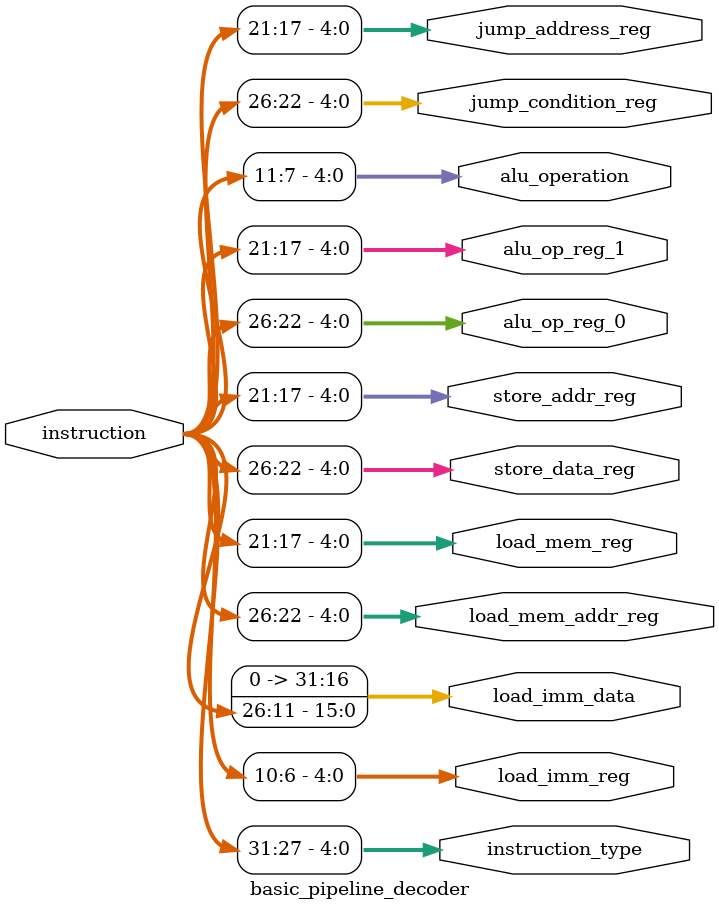
<source format=v>
module basic_pipeline_decoder(
               /* verilator lint_off UNUSED */
               input [31:0]  instruction,


               // Outputs
               output [4:0]  instruction_type,
               output [4:0]  load_imm_reg,
               output [31:0] load_imm_data,

               output [4:0]  load_mem_addr_reg,
               output [4:0]  load_mem_reg,

               output [4:0]  store_data_reg,
               output [4:0]  store_addr_reg,
               
               output [4:0]  alu_op_reg_0,
               output [4:0]  alu_op_reg_1,
               output [4:0]  alu_operation,

               output [4:0] jump_condition_reg,
               output [4:0] jump_address_reg
               );
   
   assign instruction_type = instruction[31:27];

   assign store_data_reg = instruction[26:22];
   assign store_addr_reg = instruction[21:17];
   

   assign load_imm_reg = instruction[10:6];
   assign load_imm_data = {{16{1'b0}}, instruction[26:11]};

   assign load_mem_addr_reg = instruction[26:22];
   assign load_mem_reg = instruction[21:17];
   
   assign alu_op_reg_0 = instruction[26:22];
   assign alu_op_reg_1 = instruction[21:17];
   assign alu_operation = instruction[11:7];

   assign jump_condition_reg = instruction[26:22];
   assign jump_address_reg = instruction[21:17];

endmodule

</source>
